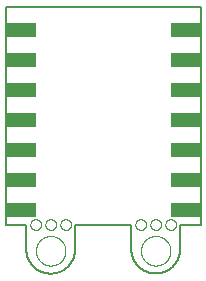
<source format=gtp>
G75*
%MOIN*%
%OFA0B0*%
%FSLAX25Y25*%
%IPPOS*%
%LPD*%
%AMOC8*
5,1,8,0,0,1.08239X$1,22.5*
%
%ADD10C,0.00500*%
%ADD11C,0.00000*%
%ADD12R,0.10000X0.05000*%
D10*
X0011925Y0010080D02*
X0011925Y0017580D01*
X0005050Y0017580D01*
X0005050Y0090041D01*
X0005050Y0090080D02*
X0070001Y0090080D01*
X0070050Y0090080D02*
X0070050Y0073830D01*
X0070001Y0017580D01*
X0063175Y0017580D01*
X0063175Y0008830D01*
X0063157Y0008632D01*
X0063135Y0008435D01*
X0063108Y0008239D01*
X0063076Y0008043D01*
X0063039Y0007848D01*
X0062997Y0007654D01*
X0062951Y0007461D01*
X0062900Y0007269D01*
X0062845Y0007078D01*
X0062785Y0006889D01*
X0062720Y0006702D01*
X0062650Y0006516D01*
X0062577Y0006331D01*
X0062498Y0006149D01*
X0062416Y0005969D01*
X0062329Y0005790D01*
X0062237Y0005614D01*
X0062141Y0005440D01*
X0062042Y0005269D01*
X0061938Y0005100D01*
X0061830Y0004933D01*
X0061717Y0004770D01*
X0061601Y0004609D01*
X0061481Y0004451D01*
X0061358Y0004296D01*
X0061230Y0004143D01*
X0061099Y0003995D01*
X0060964Y0003849D01*
X0060826Y0003706D01*
X0060684Y0003568D01*
X0060539Y0003432D01*
X0060391Y0003300D01*
X0060239Y0003172D01*
X0060085Y0003047D01*
X0059927Y0002927D01*
X0059767Y0002810D01*
X0059604Y0002697D01*
X0059438Y0002588D01*
X0059269Y0002483D01*
X0059098Y0002383D01*
X0058925Y0002286D01*
X0058749Y0002194D01*
X0058571Y0002106D01*
X0058391Y0002022D01*
X0058209Y0001943D01*
X0058025Y0001869D01*
X0057840Y0001798D01*
X0057653Y0001733D01*
X0057464Y0001672D01*
X0057273Y0001615D01*
X0057082Y0001563D01*
X0056889Y0001516D01*
X0056695Y0001474D01*
X0056500Y0001436D01*
X0056305Y0001403D01*
X0056108Y0001375D01*
X0055911Y0001352D01*
X0055714Y0001333D01*
X0055516Y0001319D01*
X0055317Y0001310D01*
X0055119Y0001306D01*
X0054921Y0001307D01*
X0054722Y0001313D01*
X0054524Y0001323D01*
X0054326Y0001338D01*
X0054129Y0001358D01*
X0053932Y0001383D01*
X0053736Y0001413D01*
X0053540Y0001447D01*
X0053346Y0001486D01*
X0053152Y0001530D01*
X0052960Y0001579D01*
X0052768Y0001632D01*
X0052579Y0001690D01*
X0052390Y0001752D01*
X0052203Y0001819D01*
X0052018Y0001891D01*
X0051835Y0001967D01*
X0051654Y0002047D01*
X0051474Y0002132D01*
X0051297Y0002222D01*
X0051122Y0002315D01*
X0050949Y0002413D01*
X0050779Y0002515D01*
X0050611Y0002621D01*
X0050446Y0002731D01*
X0050284Y0002845D01*
X0050124Y0002963D01*
X0049968Y0003085D01*
X0049814Y0003211D01*
X0049664Y0003340D01*
X0049516Y0003473D01*
X0049372Y0003610D01*
X0049232Y0003750D01*
X0049094Y0003893D01*
X0048961Y0004040D01*
X0048831Y0004189D01*
X0048704Y0004342D01*
X0048582Y0004499D01*
X0048463Y0004657D01*
X0048348Y0004819D01*
X0048237Y0004984D01*
X0048130Y0005151D01*
X0048028Y0005321D01*
X0047929Y0005493D01*
X0047835Y0005668D01*
X0047744Y0005845D01*
X0047659Y0006024D01*
X0047577Y0006205D01*
X0047500Y0006387D01*
X0047428Y0006572D01*
X0047360Y0006759D01*
X0047297Y0006947D01*
X0047238Y0007136D01*
X0047184Y0007327D01*
X0047134Y0007519D01*
X0047089Y0007713D01*
X0047049Y0007907D01*
X0047014Y0008102D01*
X0046983Y0008298D01*
X0046958Y0008495D01*
X0046937Y0008693D01*
X0046921Y0008890D01*
X0046909Y0009088D01*
X0046903Y0009287D01*
X0046901Y0009485D01*
X0046904Y0009684D01*
X0046912Y0009882D01*
X0046925Y0010080D01*
X0046925Y0017580D01*
X0028175Y0017580D01*
X0028175Y0010080D01*
X0028189Y0009881D01*
X0028198Y0009681D01*
X0028203Y0009482D01*
X0028202Y0009282D01*
X0028197Y0009082D01*
X0028186Y0008883D01*
X0028171Y0008683D01*
X0028151Y0008485D01*
X0028126Y0008286D01*
X0028096Y0008089D01*
X0028062Y0007892D01*
X0028022Y0007696D01*
X0027978Y0007502D01*
X0027929Y0007308D01*
X0027875Y0007115D01*
X0027817Y0006924D01*
X0027754Y0006735D01*
X0027686Y0006547D01*
X0027614Y0006361D01*
X0027537Y0006176D01*
X0027456Y0005994D01*
X0027370Y0005813D01*
X0027280Y0005635D01*
X0027186Y0005459D01*
X0027087Y0005285D01*
X0026984Y0005114D01*
X0026877Y0004946D01*
X0026765Y0004780D01*
X0026650Y0004617D01*
X0026531Y0004456D01*
X0026408Y0004299D01*
X0026281Y0004145D01*
X0026150Y0003994D01*
X0026016Y0003846D01*
X0025878Y0003701D01*
X0025736Y0003560D01*
X0025591Y0003423D01*
X0025443Y0003289D01*
X0025292Y0003158D01*
X0025137Y0003032D01*
X0024980Y0002909D01*
X0024819Y0002790D01*
X0024656Y0002676D01*
X0024489Y0002565D01*
X0024321Y0002458D01*
X0024149Y0002355D01*
X0023975Y0002257D01*
X0023799Y0002163D01*
X0023620Y0002073D01*
X0023440Y0001988D01*
X0023257Y0001907D01*
X0023073Y0001831D01*
X0022886Y0001759D01*
X0022698Y0001692D01*
X0022508Y0001629D01*
X0022317Y0001572D01*
X0022125Y0001518D01*
X0021931Y0001470D01*
X0021736Y0001426D01*
X0021540Y0001387D01*
X0021343Y0001353D01*
X0021145Y0001324D01*
X0020947Y0001300D01*
X0020748Y0001280D01*
X0020549Y0001265D01*
X0020350Y0001256D01*
X0020150Y0001251D01*
X0019950Y0001251D01*
X0019750Y0001256D01*
X0019551Y0001265D01*
X0019352Y0001280D01*
X0019153Y0001300D01*
X0018955Y0001324D01*
X0018757Y0001353D01*
X0018560Y0001387D01*
X0018364Y0001426D01*
X0018169Y0001470D01*
X0017975Y0001518D01*
X0017783Y0001572D01*
X0017592Y0001629D01*
X0017402Y0001692D01*
X0017214Y0001759D01*
X0017027Y0001831D01*
X0016843Y0001907D01*
X0016660Y0001988D01*
X0016480Y0002073D01*
X0016301Y0002163D01*
X0016125Y0002257D01*
X0015951Y0002355D01*
X0015779Y0002458D01*
X0015611Y0002565D01*
X0015444Y0002676D01*
X0015281Y0002790D01*
X0015120Y0002909D01*
X0014963Y0003032D01*
X0014808Y0003158D01*
X0014657Y0003289D01*
X0014509Y0003423D01*
X0014364Y0003560D01*
X0014222Y0003701D01*
X0014084Y0003846D01*
X0013950Y0003994D01*
X0013819Y0004145D01*
X0013692Y0004299D01*
X0013569Y0004456D01*
X0013450Y0004617D01*
X0013335Y0004780D01*
X0013223Y0004946D01*
X0013116Y0005114D01*
X0013013Y0005285D01*
X0012914Y0005459D01*
X0012820Y0005635D01*
X0012730Y0005813D01*
X0012644Y0005994D01*
X0012563Y0006176D01*
X0012486Y0006361D01*
X0012414Y0006547D01*
X0012346Y0006735D01*
X0012283Y0006924D01*
X0012225Y0007115D01*
X0012171Y0007308D01*
X0012122Y0007502D01*
X0012078Y0007696D01*
X0012038Y0007892D01*
X0012004Y0008089D01*
X0011974Y0008286D01*
X0011949Y0008485D01*
X0011929Y0008683D01*
X0011914Y0008883D01*
X0011903Y0009082D01*
X0011898Y0009282D01*
X0011897Y0009482D01*
X0011902Y0009681D01*
X0011911Y0009881D01*
X0011925Y0010080D01*
D11*
X0013278Y0017580D02*
X0013280Y0017664D01*
X0013286Y0017747D01*
X0013296Y0017830D01*
X0013310Y0017913D01*
X0013327Y0017995D01*
X0013349Y0018076D01*
X0013374Y0018155D01*
X0013403Y0018234D01*
X0013436Y0018311D01*
X0013472Y0018386D01*
X0013512Y0018460D01*
X0013555Y0018532D01*
X0013602Y0018601D01*
X0013652Y0018668D01*
X0013705Y0018733D01*
X0013761Y0018795D01*
X0013819Y0018855D01*
X0013881Y0018912D01*
X0013945Y0018965D01*
X0014012Y0019016D01*
X0014081Y0019063D01*
X0014152Y0019108D01*
X0014225Y0019148D01*
X0014300Y0019185D01*
X0014377Y0019219D01*
X0014455Y0019249D01*
X0014534Y0019275D01*
X0014615Y0019298D01*
X0014697Y0019316D01*
X0014779Y0019331D01*
X0014862Y0019342D01*
X0014945Y0019349D01*
X0015029Y0019352D01*
X0015113Y0019351D01*
X0015196Y0019346D01*
X0015280Y0019337D01*
X0015362Y0019324D01*
X0015444Y0019308D01*
X0015525Y0019287D01*
X0015606Y0019263D01*
X0015684Y0019235D01*
X0015762Y0019203D01*
X0015838Y0019167D01*
X0015912Y0019128D01*
X0015984Y0019086D01*
X0016054Y0019040D01*
X0016122Y0018991D01*
X0016187Y0018939D01*
X0016250Y0018884D01*
X0016310Y0018826D01*
X0016368Y0018765D01*
X0016422Y0018701D01*
X0016474Y0018635D01*
X0016522Y0018567D01*
X0016567Y0018496D01*
X0016608Y0018423D01*
X0016647Y0018349D01*
X0016681Y0018273D01*
X0016712Y0018195D01*
X0016739Y0018116D01*
X0016763Y0018035D01*
X0016782Y0017954D01*
X0016798Y0017872D01*
X0016810Y0017789D01*
X0016818Y0017705D01*
X0016822Y0017622D01*
X0016822Y0017538D01*
X0016818Y0017455D01*
X0016810Y0017371D01*
X0016798Y0017288D01*
X0016782Y0017206D01*
X0016763Y0017125D01*
X0016739Y0017044D01*
X0016712Y0016965D01*
X0016681Y0016887D01*
X0016647Y0016811D01*
X0016608Y0016737D01*
X0016567Y0016664D01*
X0016522Y0016593D01*
X0016474Y0016525D01*
X0016422Y0016459D01*
X0016368Y0016395D01*
X0016310Y0016334D01*
X0016250Y0016276D01*
X0016187Y0016221D01*
X0016122Y0016169D01*
X0016054Y0016120D01*
X0015984Y0016074D01*
X0015912Y0016032D01*
X0015838Y0015993D01*
X0015762Y0015957D01*
X0015684Y0015925D01*
X0015606Y0015897D01*
X0015525Y0015873D01*
X0015444Y0015852D01*
X0015362Y0015836D01*
X0015280Y0015823D01*
X0015196Y0015814D01*
X0015113Y0015809D01*
X0015029Y0015808D01*
X0014945Y0015811D01*
X0014862Y0015818D01*
X0014779Y0015829D01*
X0014697Y0015844D01*
X0014615Y0015862D01*
X0014534Y0015885D01*
X0014455Y0015911D01*
X0014377Y0015941D01*
X0014300Y0015975D01*
X0014225Y0016012D01*
X0014152Y0016052D01*
X0014081Y0016097D01*
X0014012Y0016144D01*
X0013945Y0016195D01*
X0013881Y0016248D01*
X0013819Y0016305D01*
X0013761Y0016365D01*
X0013705Y0016427D01*
X0013652Y0016492D01*
X0013602Y0016559D01*
X0013555Y0016628D01*
X0013512Y0016700D01*
X0013472Y0016774D01*
X0013436Y0016849D01*
X0013403Y0016926D01*
X0013374Y0017005D01*
X0013349Y0017084D01*
X0013327Y0017165D01*
X0013310Y0017247D01*
X0013296Y0017330D01*
X0013286Y0017413D01*
X0013280Y0017496D01*
X0013278Y0017580D01*
X0018278Y0017580D02*
X0018280Y0017664D01*
X0018286Y0017747D01*
X0018296Y0017830D01*
X0018310Y0017913D01*
X0018327Y0017995D01*
X0018349Y0018076D01*
X0018374Y0018155D01*
X0018403Y0018234D01*
X0018436Y0018311D01*
X0018472Y0018386D01*
X0018512Y0018460D01*
X0018555Y0018532D01*
X0018602Y0018601D01*
X0018652Y0018668D01*
X0018705Y0018733D01*
X0018761Y0018795D01*
X0018819Y0018855D01*
X0018881Y0018912D01*
X0018945Y0018965D01*
X0019012Y0019016D01*
X0019081Y0019063D01*
X0019152Y0019108D01*
X0019225Y0019148D01*
X0019300Y0019185D01*
X0019377Y0019219D01*
X0019455Y0019249D01*
X0019534Y0019275D01*
X0019615Y0019298D01*
X0019697Y0019316D01*
X0019779Y0019331D01*
X0019862Y0019342D01*
X0019945Y0019349D01*
X0020029Y0019352D01*
X0020113Y0019351D01*
X0020196Y0019346D01*
X0020280Y0019337D01*
X0020362Y0019324D01*
X0020444Y0019308D01*
X0020525Y0019287D01*
X0020606Y0019263D01*
X0020684Y0019235D01*
X0020762Y0019203D01*
X0020838Y0019167D01*
X0020912Y0019128D01*
X0020984Y0019086D01*
X0021054Y0019040D01*
X0021122Y0018991D01*
X0021187Y0018939D01*
X0021250Y0018884D01*
X0021310Y0018826D01*
X0021368Y0018765D01*
X0021422Y0018701D01*
X0021474Y0018635D01*
X0021522Y0018567D01*
X0021567Y0018496D01*
X0021608Y0018423D01*
X0021647Y0018349D01*
X0021681Y0018273D01*
X0021712Y0018195D01*
X0021739Y0018116D01*
X0021763Y0018035D01*
X0021782Y0017954D01*
X0021798Y0017872D01*
X0021810Y0017789D01*
X0021818Y0017705D01*
X0021822Y0017622D01*
X0021822Y0017538D01*
X0021818Y0017455D01*
X0021810Y0017371D01*
X0021798Y0017288D01*
X0021782Y0017206D01*
X0021763Y0017125D01*
X0021739Y0017044D01*
X0021712Y0016965D01*
X0021681Y0016887D01*
X0021647Y0016811D01*
X0021608Y0016737D01*
X0021567Y0016664D01*
X0021522Y0016593D01*
X0021474Y0016525D01*
X0021422Y0016459D01*
X0021368Y0016395D01*
X0021310Y0016334D01*
X0021250Y0016276D01*
X0021187Y0016221D01*
X0021122Y0016169D01*
X0021054Y0016120D01*
X0020984Y0016074D01*
X0020912Y0016032D01*
X0020838Y0015993D01*
X0020762Y0015957D01*
X0020684Y0015925D01*
X0020606Y0015897D01*
X0020525Y0015873D01*
X0020444Y0015852D01*
X0020362Y0015836D01*
X0020280Y0015823D01*
X0020196Y0015814D01*
X0020113Y0015809D01*
X0020029Y0015808D01*
X0019945Y0015811D01*
X0019862Y0015818D01*
X0019779Y0015829D01*
X0019697Y0015844D01*
X0019615Y0015862D01*
X0019534Y0015885D01*
X0019455Y0015911D01*
X0019377Y0015941D01*
X0019300Y0015975D01*
X0019225Y0016012D01*
X0019152Y0016052D01*
X0019081Y0016097D01*
X0019012Y0016144D01*
X0018945Y0016195D01*
X0018881Y0016248D01*
X0018819Y0016305D01*
X0018761Y0016365D01*
X0018705Y0016427D01*
X0018652Y0016492D01*
X0018602Y0016559D01*
X0018555Y0016628D01*
X0018512Y0016700D01*
X0018472Y0016774D01*
X0018436Y0016849D01*
X0018403Y0016926D01*
X0018374Y0017005D01*
X0018349Y0017084D01*
X0018327Y0017165D01*
X0018310Y0017247D01*
X0018296Y0017330D01*
X0018286Y0017413D01*
X0018280Y0017496D01*
X0018278Y0017580D01*
X0023278Y0017580D02*
X0023280Y0017664D01*
X0023286Y0017747D01*
X0023296Y0017830D01*
X0023310Y0017913D01*
X0023327Y0017995D01*
X0023349Y0018076D01*
X0023374Y0018155D01*
X0023403Y0018234D01*
X0023436Y0018311D01*
X0023472Y0018386D01*
X0023512Y0018460D01*
X0023555Y0018532D01*
X0023602Y0018601D01*
X0023652Y0018668D01*
X0023705Y0018733D01*
X0023761Y0018795D01*
X0023819Y0018855D01*
X0023881Y0018912D01*
X0023945Y0018965D01*
X0024012Y0019016D01*
X0024081Y0019063D01*
X0024152Y0019108D01*
X0024225Y0019148D01*
X0024300Y0019185D01*
X0024377Y0019219D01*
X0024455Y0019249D01*
X0024534Y0019275D01*
X0024615Y0019298D01*
X0024697Y0019316D01*
X0024779Y0019331D01*
X0024862Y0019342D01*
X0024945Y0019349D01*
X0025029Y0019352D01*
X0025113Y0019351D01*
X0025196Y0019346D01*
X0025280Y0019337D01*
X0025362Y0019324D01*
X0025444Y0019308D01*
X0025525Y0019287D01*
X0025606Y0019263D01*
X0025684Y0019235D01*
X0025762Y0019203D01*
X0025838Y0019167D01*
X0025912Y0019128D01*
X0025984Y0019086D01*
X0026054Y0019040D01*
X0026122Y0018991D01*
X0026187Y0018939D01*
X0026250Y0018884D01*
X0026310Y0018826D01*
X0026368Y0018765D01*
X0026422Y0018701D01*
X0026474Y0018635D01*
X0026522Y0018567D01*
X0026567Y0018496D01*
X0026608Y0018423D01*
X0026647Y0018349D01*
X0026681Y0018273D01*
X0026712Y0018195D01*
X0026739Y0018116D01*
X0026763Y0018035D01*
X0026782Y0017954D01*
X0026798Y0017872D01*
X0026810Y0017789D01*
X0026818Y0017705D01*
X0026822Y0017622D01*
X0026822Y0017538D01*
X0026818Y0017455D01*
X0026810Y0017371D01*
X0026798Y0017288D01*
X0026782Y0017206D01*
X0026763Y0017125D01*
X0026739Y0017044D01*
X0026712Y0016965D01*
X0026681Y0016887D01*
X0026647Y0016811D01*
X0026608Y0016737D01*
X0026567Y0016664D01*
X0026522Y0016593D01*
X0026474Y0016525D01*
X0026422Y0016459D01*
X0026368Y0016395D01*
X0026310Y0016334D01*
X0026250Y0016276D01*
X0026187Y0016221D01*
X0026122Y0016169D01*
X0026054Y0016120D01*
X0025984Y0016074D01*
X0025912Y0016032D01*
X0025838Y0015993D01*
X0025762Y0015957D01*
X0025684Y0015925D01*
X0025606Y0015897D01*
X0025525Y0015873D01*
X0025444Y0015852D01*
X0025362Y0015836D01*
X0025280Y0015823D01*
X0025196Y0015814D01*
X0025113Y0015809D01*
X0025029Y0015808D01*
X0024945Y0015811D01*
X0024862Y0015818D01*
X0024779Y0015829D01*
X0024697Y0015844D01*
X0024615Y0015862D01*
X0024534Y0015885D01*
X0024455Y0015911D01*
X0024377Y0015941D01*
X0024300Y0015975D01*
X0024225Y0016012D01*
X0024152Y0016052D01*
X0024081Y0016097D01*
X0024012Y0016144D01*
X0023945Y0016195D01*
X0023881Y0016248D01*
X0023819Y0016305D01*
X0023761Y0016365D01*
X0023705Y0016427D01*
X0023652Y0016492D01*
X0023602Y0016559D01*
X0023555Y0016628D01*
X0023512Y0016700D01*
X0023472Y0016774D01*
X0023436Y0016849D01*
X0023403Y0016926D01*
X0023374Y0017005D01*
X0023349Y0017084D01*
X0023327Y0017165D01*
X0023310Y0017247D01*
X0023296Y0017330D01*
X0023286Y0017413D01*
X0023280Y0017496D01*
X0023278Y0017580D01*
X0015129Y0008830D02*
X0015131Y0008970D01*
X0015137Y0009110D01*
X0015147Y0009249D01*
X0015161Y0009388D01*
X0015179Y0009527D01*
X0015200Y0009665D01*
X0015226Y0009803D01*
X0015256Y0009940D01*
X0015289Y0010075D01*
X0015327Y0010210D01*
X0015368Y0010344D01*
X0015413Y0010477D01*
X0015461Y0010608D01*
X0015514Y0010737D01*
X0015570Y0010866D01*
X0015629Y0010992D01*
X0015693Y0011117D01*
X0015759Y0011240D01*
X0015830Y0011361D01*
X0015903Y0011480D01*
X0015980Y0011597D01*
X0016061Y0011711D01*
X0016144Y0011823D01*
X0016231Y0011933D01*
X0016321Y0012041D01*
X0016413Y0012145D01*
X0016509Y0012247D01*
X0016608Y0012347D01*
X0016709Y0012443D01*
X0016813Y0012537D01*
X0016920Y0012627D01*
X0017029Y0012714D01*
X0017141Y0012799D01*
X0017255Y0012880D01*
X0017371Y0012958D01*
X0017489Y0013032D01*
X0017610Y0013103D01*
X0017732Y0013171D01*
X0017857Y0013235D01*
X0017983Y0013296D01*
X0018110Y0013353D01*
X0018240Y0013406D01*
X0018371Y0013456D01*
X0018503Y0013501D01*
X0018636Y0013544D01*
X0018771Y0013582D01*
X0018906Y0013616D01*
X0019043Y0013647D01*
X0019180Y0013674D01*
X0019318Y0013696D01*
X0019457Y0013715D01*
X0019596Y0013730D01*
X0019735Y0013741D01*
X0019875Y0013748D01*
X0020015Y0013751D01*
X0020155Y0013750D01*
X0020295Y0013745D01*
X0020434Y0013736D01*
X0020574Y0013723D01*
X0020713Y0013706D01*
X0020851Y0013685D01*
X0020989Y0013661D01*
X0021126Y0013632D01*
X0021262Y0013600D01*
X0021397Y0013563D01*
X0021531Y0013523D01*
X0021664Y0013479D01*
X0021795Y0013431D01*
X0021925Y0013380D01*
X0022054Y0013325D01*
X0022181Y0013266D01*
X0022306Y0013203D01*
X0022429Y0013138D01*
X0022551Y0013068D01*
X0022670Y0012995D01*
X0022788Y0012919D01*
X0022903Y0012840D01*
X0023016Y0012757D01*
X0023126Y0012671D01*
X0023234Y0012582D01*
X0023339Y0012490D01*
X0023442Y0012395D01*
X0023542Y0012297D01*
X0023639Y0012197D01*
X0023733Y0012093D01*
X0023825Y0011987D01*
X0023913Y0011879D01*
X0023998Y0011768D01*
X0024080Y0011654D01*
X0024159Y0011538D01*
X0024234Y0011421D01*
X0024306Y0011301D01*
X0024374Y0011179D01*
X0024439Y0011055D01*
X0024501Y0010929D01*
X0024559Y0010802D01*
X0024613Y0010673D01*
X0024664Y0010542D01*
X0024710Y0010410D01*
X0024753Y0010277D01*
X0024793Y0010143D01*
X0024828Y0010008D01*
X0024860Y0009871D01*
X0024887Y0009734D01*
X0024911Y0009596D01*
X0024931Y0009458D01*
X0024947Y0009319D01*
X0024959Y0009179D01*
X0024967Y0009040D01*
X0024971Y0008900D01*
X0024971Y0008760D01*
X0024967Y0008620D01*
X0024959Y0008481D01*
X0024947Y0008341D01*
X0024931Y0008202D01*
X0024911Y0008064D01*
X0024887Y0007926D01*
X0024860Y0007789D01*
X0024828Y0007652D01*
X0024793Y0007517D01*
X0024753Y0007383D01*
X0024710Y0007250D01*
X0024664Y0007118D01*
X0024613Y0006987D01*
X0024559Y0006858D01*
X0024501Y0006731D01*
X0024439Y0006605D01*
X0024374Y0006481D01*
X0024306Y0006359D01*
X0024234Y0006239D01*
X0024159Y0006122D01*
X0024080Y0006006D01*
X0023998Y0005892D01*
X0023913Y0005781D01*
X0023825Y0005673D01*
X0023733Y0005567D01*
X0023639Y0005463D01*
X0023542Y0005363D01*
X0023442Y0005265D01*
X0023339Y0005170D01*
X0023234Y0005078D01*
X0023126Y0004989D01*
X0023016Y0004903D01*
X0022903Y0004820D01*
X0022788Y0004741D01*
X0022670Y0004665D01*
X0022551Y0004592D01*
X0022429Y0004522D01*
X0022306Y0004457D01*
X0022181Y0004394D01*
X0022054Y0004335D01*
X0021925Y0004280D01*
X0021795Y0004229D01*
X0021664Y0004181D01*
X0021531Y0004137D01*
X0021397Y0004097D01*
X0021262Y0004060D01*
X0021126Y0004028D01*
X0020989Y0003999D01*
X0020851Y0003975D01*
X0020713Y0003954D01*
X0020574Y0003937D01*
X0020434Y0003924D01*
X0020295Y0003915D01*
X0020155Y0003910D01*
X0020015Y0003909D01*
X0019875Y0003912D01*
X0019735Y0003919D01*
X0019596Y0003930D01*
X0019457Y0003945D01*
X0019318Y0003964D01*
X0019180Y0003986D01*
X0019043Y0004013D01*
X0018906Y0004044D01*
X0018771Y0004078D01*
X0018636Y0004116D01*
X0018503Y0004159D01*
X0018371Y0004204D01*
X0018240Y0004254D01*
X0018110Y0004307D01*
X0017983Y0004364D01*
X0017857Y0004425D01*
X0017732Y0004489D01*
X0017610Y0004557D01*
X0017489Y0004628D01*
X0017371Y0004702D01*
X0017255Y0004780D01*
X0017141Y0004861D01*
X0017029Y0004946D01*
X0016920Y0005033D01*
X0016813Y0005123D01*
X0016709Y0005217D01*
X0016608Y0005313D01*
X0016509Y0005413D01*
X0016413Y0005515D01*
X0016321Y0005619D01*
X0016231Y0005727D01*
X0016144Y0005837D01*
X0016061Y0005949D01*
X0015980Y0006063D01*
X0015903Y0006180D01*
X0015830Y0006299D01*
X0015759Y0006420D01*
X0015693Y0006543D01*
X0015629Y0006668D01*
X0015570Y0006794D01*
X0015514Y0006923D01*
X0015461Y0007052D01*
X0015413Y0007183D01*
X0015368Y0007316D01*
X0015327Y0007450D01*
X0015289Y0007585D01*
X0015256Y0007720D01*
X0015226Y0007857D01*
X0015200Y0007995D01*
X0015179Y0008133D01*
X0015161Y0008272D01*
X0015147Y0008411D01*
X0015137Y0008550D01*
X0015131Y0008690D01*
X0015129Y0008830D01*
X0048278Y0017580D02*
X0048280Y0017664D01*
X0048286Y0017747D01*
X0048296Y0017830D01*
X0048310Y0017913D01*
X0048327Y0017995D01*
X0048349Y0018076D01*
X0048374Y0018155D01*
X0048403Y0018234D01*
X0048436Y0018311D01*
X0048472Y0018386D01*
X0048512Y0018460D01*
X0048555Y0018532D01*
X0048602Y0018601D01*
X0048652Y0018668D01*
X0048705Y0018733D01*
X0048761Y0018795D01*
X0048819Y0018855D01*
X0048881Y0018912D01*
X0048945Y0018965D01*
X0049012Y0019016D01*
X0049081Y0019063D01*
X0049152Y0019108D01*
X0049225Y0019148D01*
X0049300Y0019185D01*
X0049377Y0019219D01*
X0049455Y0019249D01*
X0049534Y0019275D01*
X0049615Y0019298D01*
X0049697Y0019316D01*
X0049779Y0019331D01*
X0049862Y0019342D01*
X0049945Y0019349D01*
X0050029Y0019352D01*
X0050113Y0019351D01*
X0050196Y0019346D01*
X0050280Y0019337D01*
X0050362Y0019324D01*
X0050444Y0019308D01*
X0050525Y0019287D01*
X0050606Y0019263D01*
X0050684Y0019235D01*
X0050762Y0019203D01*
X0050838Y0019167D01*
X0050912Y0019128D01*
X0050984Y0019086D01*
X0051054Y0019040D01*
X0051122Y0018991D01*
X0051187Y0018939D01*
X0051250Y0018884D01*
X0051310Y0018826D01*
X0051368Y0018765D01*
X0051422Y0018701D01*
X0051474Y0018635D01*
X0051522Y0018567D01*
X0051567Y0018496D01*
X0051608Y0018423D01*
X0051647Y0018349D01*
X0051681Y0018273D01*
X0051712Y0018195D01*
X0051739Y0018116D01*
X0051763Y0018035D01*
X0051782Y0017954D01*
X0051798Y0017872D01*
X0051810Y0017789D01*
X0051818Y0017705D01*
X0051822Y0017622D01*
X0051822Y0017538D01*
X0051818Y0017455D01*
X0051810Y0017371D01*
X0051798Y0017288D01*
X0051782Y0017206D01*
X0051763Y0017125D01*
X0051739Y0017044D01*
X0051712Y0016965D01*
X0051681Y0016887D01*
X0051647Y0016811D01*
X0051608Y0016737D01*
X0051567Y0016664D01*
X0051522Y0016593D01*
X0051474Y0016525D01*
X0051422Y0016459D01*
X0051368Y0016395D01*
X0051310Y0016334D01*
X0051250Y0016276D01*
X0051187Y0016221D01*
X0051122Y0016169D01*
X0051054Y0016120D01*
X0050984Y0016074D01*
X0050912Y0016032D01*
X0050838Y0015993D01*
X0050762Y0015957D01*
X0050684Y0015925D01*
X0050606Y0015897D01*
X0050525Y0015873D01*
X0050444Y0015852D01*
X0050362Y0015836D01*
X0050280Y0015823D01*
X0050196Y0015814D01*
X0050113Y0015809D01*
X0050029Y0015808D01*
X0049945Y0015811D01*
X0049862Y0015818D01*
X0049779Y0015829D01*
X0049697Y0015844D01*
X0049615Y0015862D01*
X0049534Y0015885D01*
X0049455Y0015911D01*
X0049377Y0015941D01*
X0049300Y0015975D01*
X0049225Y0016012D01*
X0049152Y0016052D01*
X0049081Y0016097D01*
X0049012Y0016144D01*
X0048945Y0016195D01*
X0048881Y0016248D01*
X0048819Y0016305D01*
X0048761Y0016365D01*
X0048705Y0016427D01*
X0048652Y0016492D01*
X0048602Y0016559D01*
X0048555Y0016628D01*
X0048512Y0016700D01*
X0048472Y0016774D01*
X0048436Y0016849D01*
X0048403Y0016926D01*
X0048374Y0017005D01*
X0048349Y0017084D01*
X0048327Y0017165D01*
X0048310Y0017247D01*
X0048296Y0017330D01*
X0048286Y0017413D01*
X0048280Y0017496D01*
X0048278Y0017580D01*
X0053278Y0017580D02*
X0053280Y0017664D01*
X0053286Y0017747D01*
X0053296Y0017830D01*
X0053310Y0017913D01*
X0053327Y0017995D01*
X0053349Y0018076D01*
X0053374Y0018155D01*
X0053403Y0018234D01*
X0053436Y0018311D01*
X0053472Y0018386D01*
X0053512Y0018460D01*
X0053555Y0018532D01*
X0053602Y0018601D01*
X0053652Y0018668D01*
X0053705Y0018733D01*
X0053761Y0018795D01*
X0053819Y0018855D01*
X0053881Y0018912D01*
X0053945Y0018965D01*
X0054012Y0019016D01*
X0054081Y0019063D01*
X0054152Y0019108D01*
X0054225Y0019148D01*
X0054300Y0019185D01*
X0054377Y0019219D01*
X0054455Y0019249D01*
X0054534Y0019275D01*
X0054615Y0019298D01*
X0054697Y0019316D01*
X0054779Y0019331D01*
X0054862Y0019342D01*
X0054945Y0019349D01*
X0055029Y0019352D01*
X0055113Y0019351D01*
X0055196Y0019346D01*
X0055280Y0019337D01*
X0055362Y0019324D01*
X0055444Y0019308D01*
X0055525Y0019287D01*
X0055606Y0019263D01*
X0055684Y0019235D01*
X0055762Y0019203D01*
X0055838Y0019167D01*
X0055912Y0019128D01*
X0055984Y0019086D01*
X0056054Y0019040D01*
X0056122Y0018991D01*
X0056187Y0018939D01*
X0056250Y0018884D01*
X0056310Y0018826D01*
X0056368Y0018765D01*
X0056422Y0018701D01*
X0056474Y0018635D01*
X0056522Y0018567D01*
X0056567Y0018496D01*
X0056608Y0018423D01*
X0056647Y0018349D01*
X0056681Y0018273D01*
X0056712Y0018195D01*
X0056739Y0018116D01*
X0056763Y0018035D01*
X0056782Y0017954D01*
X0056798Y0017872D01*
X0056810Y0017789D01*
X0056818Y0017705D01*
X0056822Y0017622D01*
X0056822Y0017538D01*
X0056818Y0017455D01*
X0056810Y0017371D01*
X0056798Y0017288D01*
X0056782Y0017206D01*
X0056763Y0017125D01*
X0056739Y0017044D01*
X0056712Y0016965D01*
X0056681Y0016887D01*
X0056647Y0016811D01*
X0056608Y0016737D01*
X0056567Y0016664D01*
X0056522Y0016593D01*
X0056474Y0016525D01*
X0056422Y0016459D01*
X0056368Y0016395D01*
X0056310Y0016334D01*
X0056250Y0016276D01*
X0056187Y0016221D01*
X0056122Y0016169D01*
X0056054Y0016120D01*
X0055984Y0016074D01*
X0055912Y0016032D01*
X0055838Y0015993D01*
X0055762Y0015957D01*
X0055684Y0015925D01*
X0055606Y0015897D01*
X0055525Y0015873D01*
X0055444Y0015852D01*
X0055362Y0015836D01*
X0055280Y0015823D01*
X0055196Y0015814D01*
X0055113Y0015809D01*
X0055029Y0015808D01*
X0054945Y0015811D01*
X0054862Y0015818D01*
X0054779Y0015829D01*
X0054697Y0015844D01*
X0054615Y0015862D01*
X0054534Y0015885D01*
X0054455Y0015911D01*
X0054377Y0015941D01*
X0054300Y0015975D01*
X0054225Y0016012D01*
X0054152Y0016052D01*
X0054081Y0016097D01*
X0054012Y0016144D01*
X0053945Y0016195D01*
X0053881Y0016248D01*
X0053819Y0016305D01*
X0053761Y0016365D01*
X0053705Y0016427D01*
X0053652Y0016492D01*
X0053602Y0016559D01*
X0053555Y0016628D01*
X0053512Y0016700D01*
X0053472Y0016774D01*
X0053436Y0016849D01*
X0053403Y0016926D01*
X0053374Y0017005D01*
X0053349Y0017084D01*
X0053327Y0017165D01*
X0053310Y0017247D01*
X0053296Y0017330D01*
X0053286Y0017413D01*
X0053280Y0017496D01*
X0053278Y0017580D01*
X0058278Y0017580D02*
X0058280Y0017664D01*
X0058286Y0017747D01*
X0058296Y0017830D01*
X0058310Y0017913D01*
X0058327Y0017995D01*
X0058349Y0018076D01*
X0058374Y0018155D01*
X0058403Y0018234D01*
X0058436Y0018311D01*
X0058472Y0018386D01*
X0058512Y0018460D01*
X0058555Y0018532D01*
X0058602Y0018601D01*
X0058652Y0018668D01*
X0058705Y0018733D01*
X0058761Y0018795D01*
X0058819Y0018855D01*
X0058881Y0018912D01*
X0058945Y0018965D01*
X0059012Y0019016D01*
X0059081Y0019063D01*
X0059152Y0019108D01*
X0059225Y0019148D01*
X0059300Y0019185D01*
X0059377Y0019219D01*
X0059455Y0019249D01*
X0059534Y0019275D01*
X0059615Y0019298D01*
X0059697Y0019316D01*
X0059779Y0019331D01*
X0059862Y0019342D01*
X0059945Y0019349D01*
X0060029Y0019352D01*
X0060113Y0019351D01*
X0060196Y0019346D01*
X0060280Y0019337D01*
X0060362Y0019324D01*
X0060444Y0019308D01*
X0060525Y0019287D01*
X0060606Y0019263D01*
X0060684Y0019235D01*
X0060762Y0019203D01*
X0060838Y0019167D01*
X0060912Y0019128D01*
X0060984Y0019086D01*
X0061054Y0019040D01*
X0061122Y0018991D01*
X0061187Y0018939D01*
X0061250Y0018884D01*
X0061310Y0018826D01*
X0061368Y0018765D01*
X0061422Y0018701D01*
X0061474Y0018635D01*
X0061522Y0018567D01*
X0061567Y0018496D01*
X0061608Y0018423D01*
X0061647Y0018349D01*
X0061681Y0018273D01*
X0061712Y0018195D01*
X0061739Y0018116D01*
X0061763Y0018035D01*
X0061782Y0017954D01*
X0061798Y0017872D01*
X0061810Y0017789D01*
X0061818Y0017705D01*
X0061822Y0017622D01*
X0061822Y0017538D01*
X0061818Y0017455D01*
X0061810Y0017371D01*
X0061798Y0017288D01*
X0061782Y0017206D01*
X0061763Y0017125D01*
X0061739Y0017044D01*
X0061712Y0016965D01*
X0061681Y0016887D01*
X0061647Y0016811D01*
X0061608Y0016737D01*
X0061567Y0016664D01*
X0061522Y0016593D01*
X0061474Y0016525D01*
X0061422Y0016459D01*
X0061368Y0016395D01*
X0061310Y0016334D01*
X0061250Y0016276D01*
X0061187Y0016221D01*
X0061122Y0016169D01*
X0061054Y0016120D01*
X0060984Y0016074D01*
X0060912Y0016032D01*
X0060838Y0015993D01*
X0060762Y0015957D01*
X0060684Y0015925D01*
X0060606Y0015897D01*
X0060525Y0015873D01*
X0060444Y0015852D01*
X0060362Y0015836D01*
X0060280Y0015823D01*
X0060196Y0015814D01*
X0060113Y0015809D01*
X0060029Y0015808D01*
X0059945Y0015811D01*
X0059862Y0015818D01*
X0059779Y0015829D01*
X0059697Y0015844D01*
X0059615Y0015862D01*
X0059534Y0015885D01*
X0059455Y0015911D01*
X0059377Y0015941D01*
X0059300Y0015975D01*
X0059225Y0016012D01*
X0059152Y0016052D01*
X0059081Y0016097D01*
X0059012Y0016144D01*
X0058945Y0016195D01*
X0058881Y0016248D01*
X0058819Y0016305D01*
X0058761Y0016365D01*
X0058705Y0016427D01*
X0058652Y0016492D01*
X0058602Y0016559D01*
X0058555Y0016628D01*
X0058512Y0016700D01*
X0058472Y0016774D01*
X0058436Y0016849D01*
X0058403Y0016926D01*
X0058374Y0017005D01*
X0058349Y0017084D01*
X0058327Y0017165D01*
X0058310Y0017247D01*
X0058296Y0017330D01*
X0058286Y0017413D01*
X0058280Y0017496D01*
X0058278Y0017580D01*
X0050129Y0008830D02*
X0050131Y0008970D01*
X0050137Y0009110D01*
X0050147Y0009249D01*
X0050161Y0009388D01*
X0050179Y0009527D01*
X0050200Y0009665D01*
X0050226Y0009803D01*
X0050256Y0009940D01*
X0050289Y0010075D01*
X0050327Y0010210D01*
X0050368Y0010344D01*
X0050413Y0010477D01*
X0050461Y0010608D01*
X0050514Y0010737D01*
X0050570Y0010866D01*
X0050629Y0010992D01*
X0050693Y0011117D01*
X0050759Y0011240D01*
X0050830Y0011361D01*
X0050903Y0011480D01*
X0050980Y0011597D01*
X0051061Y0011711D01*
X0051144Y0011823D01*
X0051231Y0011933D01*
X0051321Y0012041D01*
X0051413Y0012145D01*
X0051509Y0012247D01*
X0051608Y0012347D01*
X0051709Y0012443D01*
X0051813Y0012537D01*
X0051920Y0012627D01*
X0052029Y0012714D01*
X0052141Y0012799D01*
X0052255Y0012880D01*
X0052371Y0012958D01*
X0052489Y0013032D01*
X0052610Y0013103D01*
X0052732Y0013171D01*
X0052857Y0013235D01*
X0052983Y0013296D01*
X0053110Y0013353D01*
X0053240Y0013406D01*
X0053371Y0013456D01*
X0053503Y0013501D01*
X0053636Y0013544D01*
X0053771Y0013582D01*
X0053906Y0013616D01*
X0054043Y0013647D01*
X0054180Y0013674D01*
X0054318Y0013696D01*
X0054457Y0013715D01*
X0054596Y0013730D01*
X0054735Y0013741D01*
X0054875Y0013748D01*
X0055015Y0013751D01*
X0055155Y0013750D01*
X0055295Y0013745D01*
X0055434Y0013736D01*
X0055574Y0013723D01*
X0055713Y0013706D01*
X0055851Y0013685D01*
X0055989Y0013661D01*
X0056126Y0013632D01*
X0056262Y0013600D01*
X0056397Y0013563D01*
X0056531Y0013523D01*
X0056664Y0013479D01*
X0056795Y0013431D01*
X0056925Y0013380D01*
X0057054Y0013325D01*
X0057181Y0013266D01*
X0057306Y0013203D01*
X0057429Y0013138D01*
X0057551Y0013068D01*
X0057670Y0012995D01*
X0057788Y0012919D01*
X0057903Y0012840D01*
X0058016Y0012757D01*
X0058126Y0012671D01*
X0058234Y0012582D01*
X0058339Y0012490D01*
X0058442Y0012395D01*
X0058542Y0012297D01*
X0058639Y0012197D01*
X0058733Y0012093D01*
X0058825Y0011987D01*
X0058913Y0011879D01*
X0058998Y0011768D01*
X0059080Y0011654D01*
X0059159Y0011538D01*
X0059234Y0011421D01*
X0059306Y0011301D01*
X0059374Y0011179D01*
X0059439Y0011055D01*
X0059501Y0010929D01*
X0059559Y0010802D01*
X0059613Y0010673D01*
X0059664Y0010542D01*
X0059710Y0010410D01*
X0059753Y0010277D01*
X0059793Y0010143D01*
X0059828Y0010008D01*
X0059860Y0009871D01*
X0059887Y0009734D01*
X0059911Y0009596D01*
X0059931Y0009458D01*
X0059947Y0009319D01*
X0059959Y0009179D01*
X0059967Y0009040D01*
X0059971Y0008900D01*
X0059971Y0008760D01*
X0059967Y0008620D01*
X0059959Y0008481D01*
X0059947Y0008341D01*
X0059931Y0008202D01*
X0059911Y0008064D01*
X0059887Y0007926D01*
X0059860Y0007789D01*
X0059828Y0007652D01*
X0059793Y0007517D01*
X0059753Y0007383D01*
X0059710Y0007250D01*
X0059664Y0007118D01*
X0059613Y0006987D01*
X0059559Y0006858D01*
X0059501Y0006731D01*
X0059439Y0006605D01*
X0059374Y0006481D01*
X0059306Y0006359D01*
X0059234Y0006239D01*
X0059159Y0006122D01*
X0059080Y0006006D01*
X0058998Y0005892D01*
X0058913Y0005781D01*
X0058825Y0005673D01*
X0058733Y0005567D01*
X0058639Y0005463D01*
X0058542Y0005363D01*
X0058442Y0005265D01*
X0058339Y0005170D01*
X0058234Y0005078D01*
X0058126Y0004989D01*
X0058016Y0004903D01*
X0057903Y0004820D01*
X0057788Y0004741D01*
X0057670Y0004665D01*
X0057551Y0004592D01*
X0057429Y0004522D01*
X0057306Y0004457D01*
X0057181Y0004394D01*
X0057054Y0004335D01*
X0056925Y0004280D01*
X0056795Y0004229D01*
X0056664Y0004181D01*
X0056531Y0004137D01*
X0056397Y0004097D01*
X0056262Y0004060D01*
X0056126Y0004028D01*
X0055989Y0003999D01*
X0055851Y0003975D01*
X0055713Y0003954D01*
X0055574Y0003937D01*
X0055434Y0003924D01*
X0055295Y0003915D01*
X0055155Y0003910D01*
X0055015Y0003909D01*
X0054875Y0003912D01*
X0054735Y0003919D01*
X0054596Y0003930D01*
X0054457Y0003945D01*
X0054318Y0003964D01*
X0054180Y0003986D01*
X0054043Y0004013D01*
X0053906Y0004044D01*
X0053771Y0004078D01*
X0053636Y0004116D01*
X0053503Y0004159D01*
X0053371Y0004204D01*
X0053240Y0004254D01*
X0053110Y0004307D01*
X0052983Y0004364D01*
X0052857Y0004425D01*
X0052732Y0004489D01*
X0052610Y0004557D01*
X0052489Y0004628D01*
X0052371Y0004702D01*
X0052255Y0004780D01*
X0052141Y0004861D01*
X0052029Y0004946D01*
X0051920Y0005033D01*
X0051813Y0005123D01*
X0051709Y0005217D01*
X0051608Y0005313D01*
X0051509Y0005413D01*
X0051413Y0005515D01*
X0051321Y0005619D01*
X0051231Y0005727D01*
X0051144Y0005837D01*
X0051061Y0005949D01*
X0050980Y0006063D01*
X0050903Y0006180D01*
X0050830Y0006299D01*
X0050759Y0006420D01*
X0050693Y0006543D01*
X0050629Y0006668D01*
X0050570Y0006794D01*
X0050514Y0006923D01*
X0050461Y0007052D01*
X0050413Y0007183D01*
X0050368Y0007316D01*
X0050327Y0007450D01*
X0050289Y0007585D01*
X0050256Y0007720D01*
X0050226Y0007857D01*
X0050200Y0007995D01*
X0050179Y0008133D01*
X0050161Y0008272D01*
X0050147Y0008411D01*
X0050137Y0008550D01*
X0050131Y0008690D01*
X0050129Y0008830D01*
D12*
X0065050Y0022580D03*
X0065050Y0032580D03*
X0065050Y0042580D03*
X0065050Y0052580D03*
X0065050Y0062580D03*
X0065050Y0072580D03*
X0065050Y0082580D03*
X0010050Y0082580D03*
X0010050Y0072580D03*
X0010050Y0062580D03*
X0010050Y0052580D03*
X0010050Y0042580D03*
X0010050Y0032580D03*
X0010050Y0022580D03*
M02*

</source>
